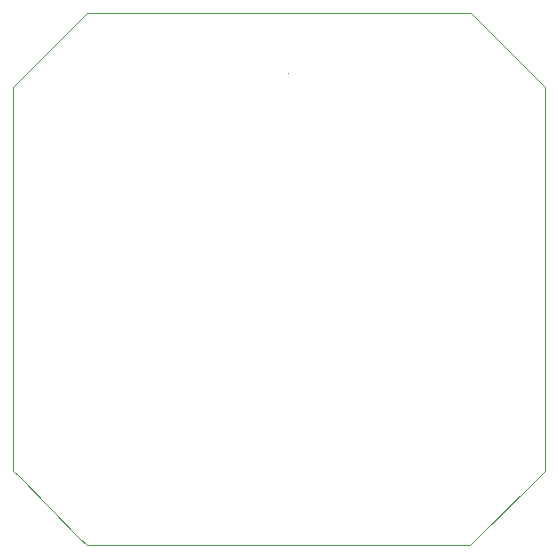
<source format=gbr>
G04 #@! TF.GenerationSoftware,KiCad,Pcbnew,9.0.1*
G04 #@! TF.CreationDate,2025-04-25T12:08:24+05:30*
G04 #@! TF.ProjectId,esp32_quad_baro_bootser_nousb_BMP,65737033-325f-4717-9561-645f6261726f,rev?*
G04 #@! TF.SameCoordinates,Original*
G04 #@! TF.FileFunction,Other,ECO1*
%FSLAX46Y46*%
G04 Gerber Fmt 4.6, Leading zero omitted, Abs format (unit mm)*
G04 Created by KiCad (PCBNEW 9.0.1) date 2025-04-25 12:08:24*
%MOMM*%
%LPD*%
G01*
G04 APERTURE LIST*
%ADD10C,0.002540*%
G04 #@! TA.AperFunction,Profile*
%ADD11C,0.025400*%
G04 #@! TD*
G04 APERTURE END LIST*
D10*
X131603250Y-69088750D02*
X131602750Y-69088250D01*
D11*
X122647460Y-109008420D02*
X119947440Y-109008420D01*
X108397550Y-101116380D02*
X108397550Y-102768910D01*
X141847570Y-109008420D02*
X147090000Y-109008420D01*
X108397550Y-70248020D02*
X108860000Y-69790000D01*
X108397550Y-75400410D02*
X108397550Y-97616520D01*
X139147550Y-109008420D02*
X141847570Y-109008420D01*
X114637060Y-64008510D02*
X113940000Y-64690000D01*
X108397550Y-97616520D02*
X108397550Y-101116380D01*
X113970000Y-108460000D02*
X114637060Y-109008420D01*
X123247410Y-64008510D02*
X138547610Y-64008510D01*
X153397460Y-71900540D02*
X153397460Y-70248020D01*
X147157950Y-64008510D02*
X153397460Y-70248020D01*
X108397550Y-102768910D02*
X108840000Y-103230000D01*
X153397460Y-102768910D02*
X153080000Y-103120000D01*
X108397550Y-70248020D02*
X108397550Y-71900540D01*
X147090000Y-109008420D02*
X153080000Y-103120000D01*
X153397460Y-97616520D02*
X153397460Y-75400410D01*
X113940000Y-64690000D02*
X108860000Y-69790000D01*
X139147550Y-109008420D02*
X122647460Y-109008420D01*
X153397460Y-102768910D02*
X153397460Y-101116380D01*
X153397460Y-71900540D02*
X153397460Y-75400410D01*
X108840000Y-103230000D02*
X113970000Y-108460000D01*
X147157950Y-64008510D02*
X138547610Y-64008510D01*
X123247410Y-64008510D02*
X114637060Y-64008510D01*
X114637060Y-109008420D02*
X119947440Y-109008420D01*
X153397460Y-97616520D02*
X153397460Y-101116380D01*
X108397550Y-75400410D02*
X108397550Y-71900540D01*
M02*

</source>
